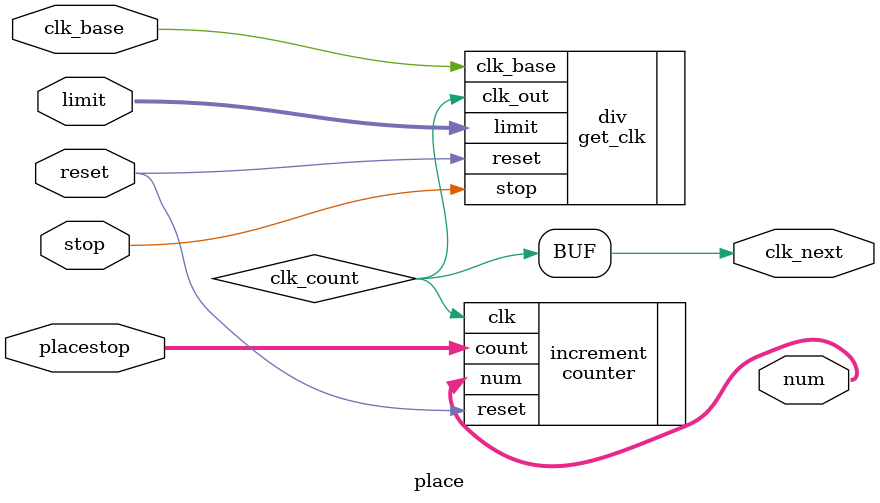
<source format=v>
`timescale 1ns / 1ps
module place(input clk_base,
				 input reset,
				 input stop,
				 input [nBit-1:0] limit,
				 input [3:0] placestop,
				 output clk_next,
				 output [3:0] num
				 );
				 
	parameter nBit = 18;
	wire clk_count;

	get_clk #(nBit) div(.clk_base(clk_base), .reset(reset), .stop(stop), .limit(limit), .clk_out(clk_count)); 
	counter increment (.clk(clk_count), .reset(reset), .count(placestop), .num(num));
	
	assign clk_next = clk_count;

endmodule

</source>
